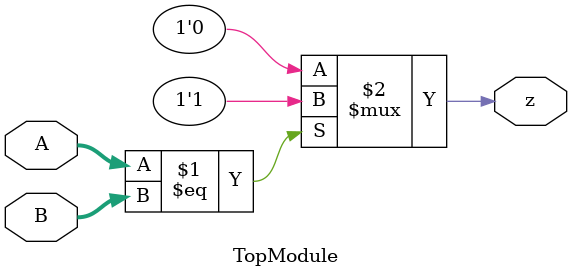
<source format=sv>


module TopModule (
  input [1:0] A,
  input [1:0] B,
  output z
);

assign z = (A == B) ? 1'b1 : 1'b0;
endmodule

</source>
